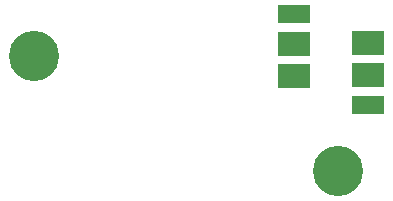
<source format=gbr>
%TF.GenerationSoftware,KiCad,Pcbnew,(6.0.4-0)*%
%TF.CreationDate,2022-06-22T17:42:18+02:00*%
%TF.ProjectId,GlowTubeLEDconnectorB_PCB,476c6f77-5475-4626-954c-4544636f6e6e,rev?*%
%TF.SameCoordinates,Original*%
%TF.FileFunction,Soldermask,Bot*%
%TF.FilePolarity,Negative*%
%FSLAX46Y46*%
G04 Gerber Fmt 4.6, Leading zero omitted, Abs format (unit mm)*
G04 Created by KiCad (PCBNEW (6.0.4-0)) date 2022-06-22 17:42:18*
%MOMM*%
%LPD*%
G01*
G04 APERTURE LIST*
%ADD10R,2.800000X2.000000*%
%ADD11R,2.800000X1.600000*%
%ADD12C,4.249987*%
G04 APERTURE END LIST*
D10*
%TO.C,U1*%
X118150000Y-65819802D03*
X118150000Y-68519068D03*
D11*
X118150000Y-71018334D03*
%TD*%
D12*
%TO.C,U4*%
X89949970Y-66882540D03*
%TD*%
%TO.C,U3*%
X115660000Y-76630000D03*
%TD*%
D10*
%TO.C,U2*%
X111938800Y-68549266D03*
X111938800Y-65850000D03*
D11*
X111938800Y-63350734D03*
%TD*%
M02*

</source>
